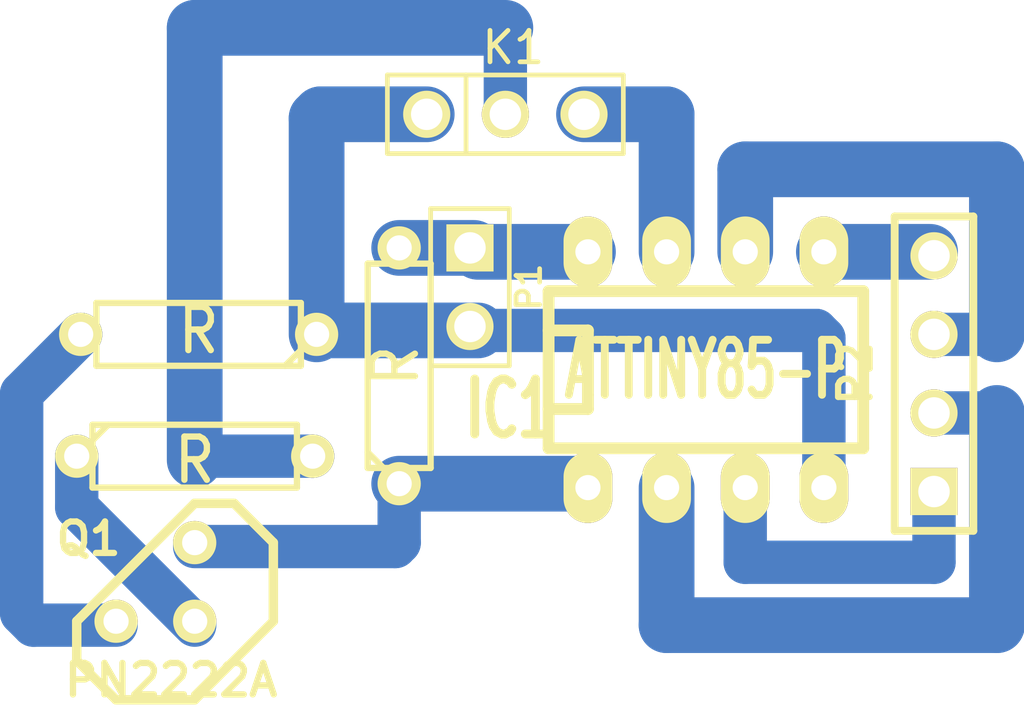
<source format=kicad_pcb>
(kicad_pcb (version 3) (host pcbnew "(2013-mar-13)-testing")

  (general
    (links 15)
    (no_connects 0)
    (area 10.603 9.768 44.1706 32.791401)
    (thickness 1.6)
    (drawings 0)
    (tracks 42)
    (zones 0)
    (modules 8)
    (nets 12)
  )

  (page A4)
  (layers
    (15 F.Cu signal)
    (0 B.Cu signal)
    (16 B.Adhes user)
    (17 F.Adhes user)
    (18 B.Paste user)
    (19 F.Paste user)
    (20 B.SilkS user)
    (21 F.SilkS user)
    (22 B.Mask user)
    (23 F.Mask user)
    (24 Dwgs.User user)
    (25 Cmts.User user)
    (26 Eco1.User user)
    (27 Eco2.User user)
    (28 Edge.Cuts user)
  )

  (setup
    (last_trace_width 0.254)
    (user_trace_width 1.4)
    (user_trace_width 1.8)
    (trace_clearance 0.254)
    (zone_clearance 0.508)
    (zone_45_only no)
    (trace_min 0.254)
    (segment_width 0.2)
    (edge_width 0.1)
    (via_size 0.889)
    (via_drill 0.635)
    (via_min_size 0.889)
    (via_min_drill 0.508)
    (uvia_size 0.508)
    (uvia_drill 0.127)
    (uvias_allowed no)
    (uvia_min_size 0.508)
    (uvia_min_drill 0.127)
    (pcb_text_width 0.3)
    (pcb_text_size 1.5 1.5)
    (mod_edge_width 0.15)
    (mod_text_size 1 1)
    (mod_text_width 0.15)
    (pad_size 1.524 1.524)
    (pad_drill 1.016)
    (pad_to_mask_clearance 0)
    (aux_axis_origin 0 0)
    (visible_elements 7FFFFFFF)
    (pcbplotparams
      (layerselection 3178497)
      (usegerberextensions true)
      (excludeedgelayer true)
      (linewidth 2.000000)
      (plotframeref false)
      (viasonmask false)
      (mode 1)
      (useauxorigin false)
      (hpglpennumber 1)
      (hpglpenspeed 20)
      (hpglpendiameter 15)
      (hpglpenoverlay 2)
      (psnegative false)
      (psa4output false)
      (plotreference true)
      (plotvalue true)
      (plotothertext true)
      (plotinvisibletext false)
      (padsonsilk false)
      (subtractmaskfromsilk false)
      (outputformat 1)
      (mirror false)
      (drillshape 0)
      (scaleselection 1)
      (outputdirectory gerbers/))
  )

  (net 0 "")
  (net 1 N-0000010)
  (net 2 N-0000012)
  (net 3 N-0000013)
  (net 4 N-000002)
  (net 5 N-000003)
  (net 6 N-000004)
  (net 7 N-000005)
  (net 8 N-000006)
  (net 9 N-000007)
  (net 10 N-000008)
  (net 11 N-000009)

  (net_class Default "This is the default net class."
    (clearance 0.254)
    (trace_width 0.254)
    (via_dia 0.889)
    (via_drill 0.635)
    (uvia_dia 0.508)
    (uvia_drill 0.127)
    (add_net "")
    (add_net N-0000010)
    (add_net N-0000012)
    (add_net N-0000013)
    (add_net N-000002)
    (add_net N-000003)
    (add_net N-000004)
    (add_net N-000005)
    (add_net N-000006)
    (add_net N-000007)
    (add_net N-000008)
    (add_net N-000009)
  )

  (module DIP-8__300_ELL (layer F.Cu) (tedit 53D2ED21) (tstamp 53CD0EEB)
    (at 33.401 21.717)
    (descr "8 pins DIL package, elliptical pads")
    (tags DIL)
    (path /53CBBD32)
    (fp_text reference IC1 (at -6.35 1.27 180) (layer F.SilkS)
      (effects (font (size 1.778 1.143) (thickness 0.3048)))
    )
    (fp_text value ATTINY85-P (at 0 0) (layer F.SilkS)
      (effects (font (size 1.778 1.016) (thickness 0.3048)))
    )
    (fp_line (start -5.08 -1.27) (end -3.81 -1.27) (layer F.SilkS) (width 0.381))
    (fp_line (start -3.81 -1.27) (end -3.81 1.27) (layer F.SilkS) (width 0.381))
    (fp_line (start -3.81 1.27) (end -5.08 1.27) (layer F.SilkS) (width 0.381))
    (fp_line (start -5.08 -2.54) (end 5.08 -2.54) (layer F.SilkS) (width 0.381))
    (fp_line (start 5.08 -2.54) (end 5.08 2.54) (layer F.SilkS) (width 0.381))
    (fp_line (start 5.08 2.54) (end -5.08 2.54) (layer F.SilkS) (width 0.381))
    (fp_line (start -5.08 2.54) (end -5.08 -2.54) (layer F.SilkS) (width 0.381))
    (pad 1 thru_hole oval (at -3.81 3.81) (size 1.5748 2.286) (drill 0.8128)
      (layers *.Cu *.Mask F.SilkS)
      (net 7 N-000005)
    )
    (pad 2 thru_hole oval (at -1.27 3.81) (size 1.5748 2.286) (drill 0.8128)
      (layers *.Cu *.Mask F.SilkS)
      (net 11 N-000009)
    )
    (pad 3 thru_hole oval (at 1.27 3.81) (size 1.5748 2.286) (drill 0.8128)
      (layers *.Cu *.Mask F.SilkS)
      (net 1 N-0000010)
    )
    (pad 4 thru_hole oval (at 3.81 3.81) (size 1.5748 2.286) (drill 0.8128)
      (layers *.Cu *.Mask F.SilkS)
      (net 3 N-0000013)
    )
    (pad 5 thru_hole oval (at 3.81 -3.81) (size 1.5748 2.286) (drill 0.8128)
      (layers *.Cu *.Mask F.SilkS)
      (net 9 N-000007)
    )
    (pad 6 thru_hole oval (at 1.27 -3.81) (size 1.5748 2.286) (drill 0.8128)
      (layers *.Cu *.Mask F.SilkS)
      (net 10 N-000008)
    )
    (pad 7 thru_hole oval (at -1.27 -3.81) (size 1.5748 2.286) (drill 0.8128)
      (layers *.Cu *.Mask F.SilkS)
      (net 4 N-000002)
    )
    (pad 8 thru_hole oval (at -3.81 -3.81) (size 1.5748 2.286) (drill 0.8128)
      (layers *.Cu *.Mask F.SilkS)
      (net 2 N-0000012)
    )
    (model dil/dil_8.wrl
      (at (xyz 0 0 0))
      (scale (xyz 1 1 1))
      (rotate (xyz 0 0 0))
    )
  )

  (module PIN_ARRAY_3X1 (layer F.Cu) (tedit 53CD19C5) (tstamp 53CD0EF7)
    (at 26.924 13.462)
    (descr "Connecteur 3 pins")
    (tags "CONN DEV")
    (path /53CBBDE3)
    (fp_text reference K1 (at 0.254 -2.159) (layer F.SilkS)
      (effects (font (size 1.016 1.016) (thickness 0.1524)))
    )
    (fp_text value CONN_3 (at 0 -2.159) (layer F.SilkS) hide
      (effects (font (size 1.016 1.016) (thickness 0.1524)))
    )
    (fp_line (start -3.81 1.27) (end -3.81 -1.27) (layer F.SilkS) (width 0.1524))
    (fp_line (start -3.81 -1.27) (end 3.81 -1.27) (layer F.SilkS) (width 0.1524))
    (fp_line (start 3.81 -1.27) (end 3.81 1.27) (layer F.SilkS) (width 0.1524))
    (fp_line (start 3.81 1.27) (end -3.81 1.27) (layer F.SilkS) (width 0.1524))
    (fp_line (start -1.27 -1.27) (end -1.27 1.27) (layer F.SilkS) (width 0.1524))
    (pad 1 thru_hole oval (at -2.54 0) (size 1.524 1.524) (drill 1.016)
      (layers *.Cu *.Mask F.SilkS)
      (net 3 N-0000013)
    )
    (pad 2 thru_hole circle (at 0 0) (size 1.524 1.524) (drill 1.016)
      (layers *.Cu *.Mask F.SilkS)
      (net 5 N-000003)
    )
    (pad 3 thru_hole circle (at 2.54 0) (size 1.524 1.524) (drill 1.016)
      (layers *.Cu *.Mask F.SilkS)
      (net 4 N-000002)
    )
    (model pin_array/pins_array_3x1.wrl
      (at (xyz 0 0 0))
      (scale (xyz 1 1 1))
      (rotate (xyz 0 0 0))
    )
  )

  (module PIN_ARRAY_2X1 (layer F.Cu) (tedit 4565C520) (tstamp 53CD0F01)
    (at 25.781 19.05 270)
    (descr "Connecteurs 2 pins")
    (tags "CONN DEV")
    (path /53CBBDD4)
    (fp_text reference P1 (at 0 -1.905 270) (layer F.SilkS)
      (effects (font (size 0.762 0.762) (thickness 0.1524)))
    )
    (fp_text value CONN_2 (at 0 -1.905 270) (layer F.SilkS) hide
      (effects (font (size 0.762 0.762) (thickness 0.1524)))
    )
    (fp_line (start -2.54 1.27) (end -2.54 -1.27) (layer F.SilkS) (width 0.1524))
    (fp_line (start -2.54 -1.27) (end 2.54 -1.27) (layer F.SilkS) (width 0.1524))
    (fp_line (start 2.54 -1.27) (end 2.54 1.27) (layer F.SilkS) (width 0.1524))
    (fp_line (start 2.54 1.27) (end -2.54 1.27) (layer F.SilkS) (width 0.1524))
    (pad 1 thru_hole rect (at -1.27 0 270) (size 1.524 1.524) (drill 1.016)
      (layers *.Cu *.Mask F.SilkS)
      (net 2 N-0000012)
    )
    (pad 2 thru_hole circle (at 1.27 0 270) (size 1.524 1.524) (drill 1.016)
      (layers *.Cu *.Mask F.SilkS)
      (net 3 N-0000013)
    )
    (model pin_array/pins_array_2x1.wrl
      (at (xyz 0 0 0))
      (scale (xyz 1 1 1))
      (rotate (xyz 0 0 0))
    )
  )

  (module PIN_ARRAY_4x1 (layer F.Cu) (tedit 4C10F42E) (tstamp 53CD0F0D)
    (at 40.767 21.844 90)
    (descr "Double rangee de contacts 2 x 5 pins")
    (tags CONN)
    (path /53CBBDF2)
    (fp_text reference P2 (at 0 -2.54 90) (layer F.SilkS)
      (effects (font (size 1.016 1.016) (thickness 0.2032)))
    )
    (fp_text value CONN_4 (at 0 2.54 90) (layer F.SilkS) hide
      (effects (font (size 1.016 1.016) (thickness 0.2032)))
    )
    (fp_line (start 5.08 1.27) (end -5.08 1.27) (layer F.SilkS) (width 0.254))
    (fp_line (start 5.08 -1.27) (end -5.08 -1.27) (layer F.SilkS) (width 0.254))
    (fp_line (start -5.08 -1.27) (end -5.08 1.27) (layer F.SilkS) (width 0.254))
    (fp_line (start 5.08 1.27) (end 5.08 -1.27) (layer F.SilkS) (width 0.254))
    (pad 1 thru_hole rect (at -3.81 0 90) (size 1.524 1.524) (drill 1.016)
      (layers *.Cu *.Mask F.SilkS)
      (net 1 N-0000010)
    )
    (pad 2 thru_hole circle (at -1.27 0 90) (size 1.524 1.524) (drill 1.016)
      (layers *.Cu *.Mask F.SilkS)
      (net 11 N-000009)
    )
    (pad 3 thru_hole circle (at 1.27 0 90) (size 1.524 1.524) (drill 1.016)
      (layers *.Cu *.Mask F.SilkS)
      (net 10 N-000008)
    )
    (pad 4 thru_hole circle (at 3.81 0 90) (size 1.524 1.524) (drill 1.016)
      (layers *.Cu *.Mask F.SilkS)
      (net 9 N-000007)
    )
    (model pin_array\pins_array_4x1.wrl
      (at (xyz 0 0 0))
      (scale (xyz 1 1 1))
      (rotate (xyz 0 0 0))
    )
  )

  (module TO92-EBC (layer F.Cu) (tedit 53CD1204) (tstamp 53CD0F1C)
    (at 15.621 28.575 180)
    (descr "Transistor TO92 brochage type BC237")
    (tags "TR TO92")
    (path /53CBBDAA)
    (fp_text reference Q1 (at 2.159 1.397 180) (layer F.SilkS)
      (effects (font (size 1.016 1.016) (thickness 0.2032)))
    )
    (fp_text value PN2222A (at -0.508 -3.175 180) (layer F.SilkS)
      (effects (font (size 1.016 1.016) (thickness 0.2032)))
    )
    (fp_line (start -1.27 2.54) (end 2.54 -1.27) (layer F.SilkS) (width 0.3048))
    (fp_line (start 2.54 -1.27) (end 2.54 -2.54) (layer F.SilkS) (width 0.3048))
    (fp_line (start 2.54 -2.54) (end 1.27 -3.81) (layer F.SilkS) (width 0.3048))
    (fp_line (start 1.27 -3.81) (end -1.27 -3.81) (layer F.SilkS) (width 0.3048))
    (fp_line (start -1.27 -3.81) (end -3.81 -1.27) (layer F.SilkS) (width 0.3048))
    (fp_line (start -3.81 -1.27) (end -3.81 1.27) (layer F.SilkS) (width 0.3048))
    (fp_line (start -3.81 1.27) (end -2.54 2.54) (layer F.SilkS) (width 0.3048))
    (fp_line (start -2.54 2.54) (end -1.27 2.54) (layer F.SilkS) (width 0.3048))
    (pad E thru_hole circle (at 1.27 -1.27 180) (size 1.397 1.397) (drill 0.8128)
      (layers *.Cu *.Mask F.SilkS)
      (net 8 N-000006)
    )
    (pad B thru_hole circle (at -1.27 -1.27 180) (size 1.397 1.397) (drill 0.8128)
      (layers *.Cu *.Mask F.SilkS)
      (net 6 N-000004)
    )
    (pad C thru_hole circle (at -1.27 1.27 180) (size 1.397 1.397) (drill 0.8128)
      (layers *.Cu *.Mask F.SilkS)
      (net 7 N-000005)
    )
    (model discret/to98.wrl
      (at (xyz 0 0 0))
      (scale (xyz 1 1 1))
      (rotate (xyz 0 0 0))
    )
  )

  (module R3 (layer F.Cu) (tedit 4E4C0E65) (tstamp 53CD0F2A)
    (at 17.018 20.574 180)
    (descr "Resitance 3 pas")
    (tags R)
    (path /53CBBDCC)
    (autoplace_cost180 10)
    (fp_text reference R1 (at 0 0.127 180) (layer F.SilkS) hide
      (effects (font (size 1.397 1.27) (thickness 0.2032)))
    )
    (fp_text value R (at 0 0.127 180) (layer F.SilkS)
      (effects (font (size 1.397 1.27) (thickness 0.2032)))
    )
    (fp_line (start -3.81 0) (end -3.302 0) (layer F.SilkS) (width 0.2032))
    (fp_line (start 3.81 0) (end 3.302 0) (layer F.SilkS) (width 0.2032))
    (fp_line (start 3.302 0) (end 3.302 -1.016) (layer F.SilkS) (width 0.2032))
    (fp_line (start 3.302 -1.016) (end -3.302 -1.016) (layer F.SilkS) (width 0.2032))
    (fp_line (start -3.302 -1.016) (end -3.302 1.016) (layer F.SilkS) (width 0.2032))
    (fp_line (start -3.302 1.016) (end 3.302 1.016) (layer F.SilkS) (width 0.2032))
    (fp_line (start 3.302 1.016) (end 3.302 0) (layer F.SilkS) (width 0.2032))
    (fp_line (start -3.302 -0.508) (end -2.794 -1.016) (layer F.SilkS) (width 0.2032))
    (pad 1 thru_hole circle (at -3.81 0 180) (size 1.397 1.397) (drill 0.8128)
      (layers *.Cu *.Mask F.SilkS)
      (net 3 N-0000013)
    )
    (pad 2 thru_hole circle (at 3.81 0 180) (size 1.397 1.397) (drill 0.8128)
      (layers *.Cu *.Mask F.SilkS)
      (net 8 N-000006)
    )
    (model discret/resistor.wrl
      (at (xyz 0 0 0))
      (scale (xyz 0.3 0.3 0.3))
      (rotate (xyz 0 0 0))
    )
  )

  (module R3 (layer F.Cu) (tedit 4E4C0E65) (tstamp 53CD0F38)
    (at 16.891 24.511)
    (descr "Resitance 3 pas")
    (tags R)
    (path /53CBBF37)
    (autoplace_cost180 10)
    (fp_text reference R2 (at 0 0.127) (layer F.SilkS) hide
      (effects (font (size 1.397 1.27) (thickness 0.2032)))
    )
    (fp_text value R (at 0 0.127) (layer F.SilkS)
      (effects (font (size 1.397 1.27) (thickness 0.2032)))
    )
    (fp_line (start -3.81 0) (end -3.302 0) (layer F.SilkS) (width 0.2032))
    (fp_line (start 3.81 0) (end 3.302 0) (layer F.SilkS) (width 0.2032))
    (fp_line (start 3.302 0) (end 3.302 -1.016) (layer F.SilkS) (width 0.2032))
    (fp_line (start 3.302 -1.016) (end -3.302 -1.016) (layer F.SilkS) (width 0.2032))
    (fp_line (start -3.302 -1.016) (end -3.302 1.016) (layer F.SilkS) (width 0.2032))
    (fp_line (start -3.302 1.016) (end 3.302 1.016) (layer F.SilkS) (width 0.2032))
    (fp_line (start 3.302 1.016) (end 3.302 0) (layer F.SilkS) (width 0.2032))
    (fp_line (start -3.302 -0.508) (end -2.794 -1.016) (layer F.SilkS) (width 0.2032))
    (pad 1 thru_hole circle (at -3.81 0) (size 1.397 1.397) (drill 0.8128)
      (layers *.Cu *.Mask F.SilkS)
      (net 6 N-000004)
    )
    (pad 2 thru_hole circle (at 3.81 0) (size 1.397 1.397) (drill 0.8128)
      (layers *.Cu *.Mask F.SilkS)
      (net 5 N-000003)
    )
    (model discret/resistor.wrl
      (at (xyz 0 0 0))
      (scale (xyz 0.3 0.3 0.3))
      (rotate (xyz 0 0 0))
    )
  )

  (module R3 (layer F.Cu) (tedit 53CD10A8) (tstamp 53CD0F46)
    (at 23.495 21.59 90)
    (descr "Resitance 3 pas")
    (tags R)
    (path /53CBBDC6)
    (autoplace_cost180 10)
    (fp_text reference R3 (at 0 0.127 90) (layer F.SilkS) hide
      (effects (font (size 1.397 1.27) (thickness 0.2032)))
    )
    (fp_text value R (at 0 -0.127 270) (layer F.SilkS)
      (effects (font (size 1.397 1.27) (thickness 0.2032)))
    )
    (fp_line (start -3.81 0) (end -3.302 0) (layer F.SilkS) (width 0.2032))
    (fp_line (start 3.81 0) (end 3.302 0) (layer F.SilkS) (width 0.2032))
    (fp_line (start 3.302 0) (end 3.302 -1.016) (layer F.SilkS) (width 0.2032))
    (fp_line (start 3.302 -1.016) (end -3.302 -1.016) (layer F.SilkS) (width 0.2032))
    (fp_line (start -3.302 -1.016) (end -3.302 1.016) (layer F.SilkS) (width 0.2032))
    (fp_line (start -3.302 1.016) (end 3.302 1.016) (layer F.SilkS) (width 0.2032))
    (fp_line (start 3.302 1.016) (end 3.302 0) (layer F.SilkS) (width 0.2032))
    (fp_line (start -3.302 -0.508) (end -2.794 -1.016) (layer F.SilkS) (width 0.2032))
    (pad 1 thru_hole circle (at -3.81 0 90) (size 1.397 1.397) (drill 0.8128)
      (layers *.Cu *.Mask F.SilkS)
      (net 7 N-000005)
    )
    (pad 2 thru_hole circle (at 3.81 0 90) (size 1.397 1.397) (drill 0.8128)
      (layers *.Cu *.Mask F.SilkS)
      (net 2 N-0000012)
    )
    (model discret/resistor.wrl
      (at (xyz 0 0 0))
      (scale (xyz 0.3 0.3 0.3))
      (rotate (xyz 0 0 0))
    )
  )

  (segment (start 34.671 25.527) (end 34.671 27.94) (width 1.4) (layer B.Cu) (net 1))
  (segment (start 40.767 27.94) (end 40.767 25.654) (width 1.4) (layer B.Cu) (net 1) (tstamp 53CD0FD3))
  (segment (start 34.671 27.94) (end 40.767 27.94) (width 1.4) (layer B.Cu) (net 1) (tstamp 53CD0FD2))
  (segment (start 23.495 17.78) (end 25.908 17.78) (width 1.8) (layer B.Cu) (net 2))
  (segment (start 25.908 17.78) (end 26.035 17.907) (width 1.4) (layer B.Cu) (net 2) (tstamp 53CD11F7))
  (segment (start 26.035 17.907) (end 29.591 17.907) (width 1.8) (layer B.Cu) (net 2))
  (segment (start 24.384 13.462) (end 20.955 13.462) (width 1.8) (layer B.Cu) (net 3))
  (segment (start 20.828 13.589) (end 20.828 20.574) (width 1.8) (layer B.Cu) (net 3) (tstamp 53CD19B9))
  (segment (start 20.955 13.462) (end 20.828 13.589) (width 1.8) (layer B.Cu) (net 3) (tstamp 53CD19B6))
  (segment (start 26.035 20.447) (end 20.955 20.447) (width 1.8) (layer B.Cu) (net 3))
  (segment (start 20.955 20.447) (end 20.828 20.574) (width 1.4) (layer B.Cu) (net 3) (tstamp 53CD11D5))
  (segment (start 26.035 20.447) (end 36.957 20.447) (width 1.4) (layer B.Cu) (net 3))
  (segment (start 37.211 20.701) (end 37.211 25.527) (width 1.4) (layer B.Cu) (net 3) (tstamp 53CD0FFF))
  (segment (start 36.957 20.447) (end 37.211 20.701) (width 1.4) (layer B.Cu) (net 3) (tstamp 53CD0FFE))
  (segment (start 29.464 13.462) (end 32.131 13.462) (width 1.8) (layer B.Cu) (net 4))
  (segment (start 32.131 13.462) (end 32.131 17.907) (width 1.8) (layer B.Cu) (net 4) (tstamp 53CD10B2))
  (segment (start 26.924 13.462) (end 26.924 10.668) (width 1.4) (layer B.Cu) (net 5))
  (segment (start 17.018 24.511) (end 20.701 24.511) (width 1.4) (layer B.Cu) (net 5) (tstamp 53CD11F4))
  (segment (start 16.891 24.638) (end 17.018 24.511) (width 1.4) (layer B.Cu) (net 5) (tstamp 53CD11F3))
  (segment (start 16.891 10.668) (end 16.891 24.638) (width 1.8) (layer B.Cu) (net 5) (tstamp 53CD11F2))
  (segment (start 26.924 10.668) (end 16.891 10.668) (width 1.8) (layer B.Cu) (net 5) (tstamp 53CD11F1))
  (segment (start 13.081 24.511) (end 13.081 26.162) (width 1.4) (layer B.Cu) (net 6))
  (segment (start 13.081 26.162) (end 16.891 29.972) (width 1.4) (layer B.Cu) (net 6) (tstamp 53CD1322))
  (segment (start 16.891 27.432) (end 23.368 27.432) (width 1.4) (layer B.Cu) (net 7))
  (segment (start 23.495 27.305) (end 23.495 25.4) (width 1.4) (layer B.Cu) (net 7) (tstamp 53CD131C))
  (segment (start 23.368 27.432) (end 23.495 27.305) (width 1.4) (layer B.Cu) (net 7) (tstamp 53CD131B))
  (segment (start 23.495 25.4) (end 29.464 25.4) (width 1.8) (layer B.Cu) (net 7))
  (segment (start 29.464 25.4) (end 29.591 25.527) (width 1.4) (layer B.Cu) (net 7) (tstamp 53CD12A1))
  (segment (start 14.351 29.972) (end 11.684 29.972) (width 1.4) (layer B.Cu) (net 8))
  (segment (start 11.303 22.479) (end 13.208 20.574) (width 1.4) (layer B.Cu) (net 8) (tstamp 53CD1334))
  (segment (start 11.303 29.591) (end 11.303 22.479) (width 1.4) (layer B.Cu) (net 8) (tstamp 53CD132E))
  (segment (start 11.684 29.972) (end 11.303 29.591) (width 1.4) (layer B.Cu) (net 8) (tstamp 53CD132D))
  (segment (start 37.211 17.907) (end 40.64 17.907) (width 1.8) (layer B.Cu) (net 9))
  (segment (start 40.64 17.907) (end 40.767 18.034) (width 1.4) (layer B.Cu) (net 9) (tstamp 53CD0FC3))
  (segment (start 34.671 17.907) (end 34.671 15.24) (width 1.8) (layer B.Cu) (net 10))
  (segment (start 34.671 15.24) (end 42.799 15.24) (width 1.8) (layer B.Cu) (net 10) (tstamp 53CD0FC7))
  (segment (start 42.799 20.574) (end 40.767 20.574) (width 1.4) (layer B.Cu) (net 10) (tstamp 53CD0FC9))
  (segment (start 42.799 15.24) (end 42.799 20.574) (width 1.8) (layer B.Cu) (net 10) (tstamp 53CD0FC8))
  (segment (start 32.131 25.527) (end 32.131 29.972) (width 1.8) (layer B.Cu) (net 11))
  (segment (start 42.799 23.114) (end 40.767 23.114) (width 1.4) (layer B.Cu) (net 11) (tstamp 53CD0FD8))
  (segment (start 42.799 29.972) (end 42.799 23.114) (width 1.8) (layer B.Cu) (net 11) (tstamp 53CD0FD7))
  (segment (start 32.131 29.972) (end 42.799 29.972) (width 1.8) (layer B.Cu) (net 11) (tstamp 53CD0FD6))

)

</source>
